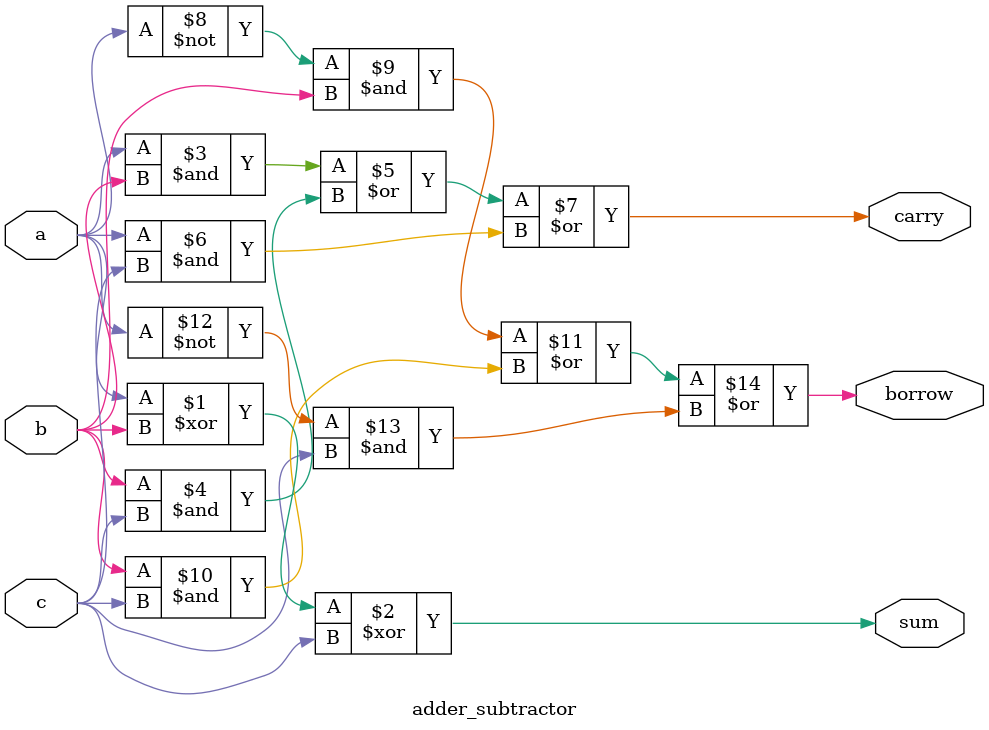
<source format=sv>
module adder_subtractor (
    input  logic a,
    b,
    c,
    output logic sum,
    carry,
    borrow
);
    assign sum = a ^ b ^ c;
    assign carry = (a & b) | (b & c) | (a & c);
    assign borrow = (~a & b) | (b & c) | (~a & c);
endmodule

</source>
